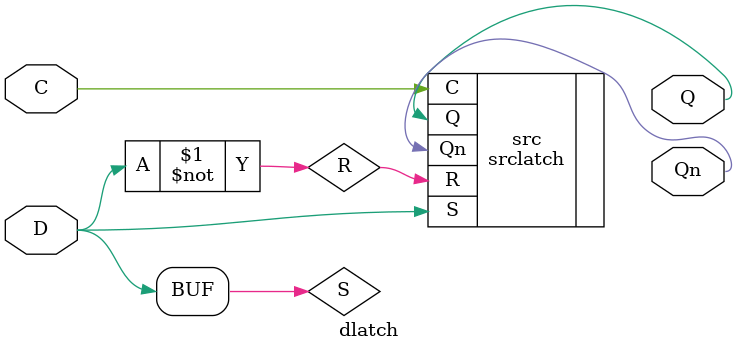
<source format=v>
module dlatch(D, C, Q, Qn);
    input D, C; // Data and Control (clock enable)
    output Q, Qn; // Outputs: Q and its complement
    wire S, R; // Internal Set and Reset

    // Convert D input to S and R
    assign S = D;        // When D=1 → Set
    assign R = ~D;       // When D=0 → Reset

    srclatch src(
        .S(S),
        .R(R),
        .C(C),     // Control signal
        .Q(Q),
        .Qn(Qn)
    );
endmodule

</source>
